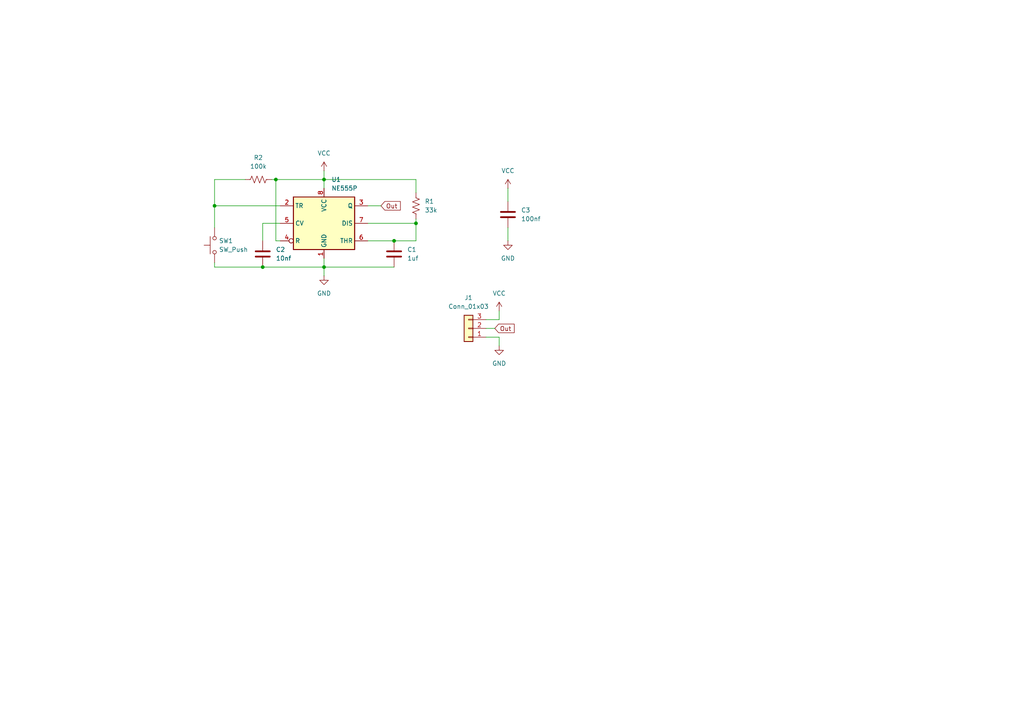
<source format=kicad_sch>
(kicad_sch (version 20250114) (generator "eeschema") (generator_version "9.0")
  (paper "A4")
  (lib_symbols
    (symbol "Connector_Generic:Conn_01x03" (pin_names (offset 1.016) (hide yes))
      (property "Reference" "J" (at 0 5.08 0))
      (property "Value" "Conn_01x03" (at 0 -5.08 0))
      (symbol "Conn_01x03_1_1"
        (rectangle (start -1.27 3.81) (end 1.27 -3.81) (stroke (width 0.254)) (fill (type background)))
        (rectangle (start -1.27 2.667) (end 0 2.413) (stroke (width 0.1524)))
        (rectangle (start -1.27 0.127) (end 0 -0.127) (stroke (width 0.1524)))
        (rectangle (start -1.27 -2.413) (end 0 -2.667) (stroke (width 0.1524)))
        (pin passive line (at -5.08 2.54 0) (length 3.81) (name "Pin_1") (number "1"))
        (pin passive line (at -5.08 0 0) (length 3.81) (name "Pin_2") (number "2"))
        (pin passive line (at -5.08 -2.54 0) (length 3.81) (name "Pin_3") (number "3"))
      )
    )
    (symbol "Device:C" (pin_numbers (hide yes)) (pin_names (offset 0.254))
      (property "Reference" "C" (at 0.635 2.54 0))
      (property "Value" "C" (at 0.635 -2.54 0))
      (symbol "C_0_1"
        (polyline (pts (xy -2.032 0.762) (xy 2.032 0.762)) (stroke (width 0.508)))
        (polyline (pts (xy -2.032 -0.762) (xy 2.032 -0.762)) (stroke (width 0.508)))
      )
      (symbol "C_1_1"
        (pin passive line (at 0 3.81 270) (length 2.794) (name "~") (number "1"))
        (pin passive line (at 0 -3.81 90) (length 2.794) (name "~") (number "2"))
      )
    )
    (symbol "Device:R_US" (pin_numbers (hide yes)) (pin_names (offset 0))
      (property "Reference" "R" (at 2.54 0 90))
      (property "Value" "R_US" (at -2.54 0 90))
      (symbol "R_US_0_1"
        (polyline (pts (xy 0 2.286) (xy 0 2.54)))
        (polyline (pts (xy 0 2.286) (xy 1.016 1.905) (xy 0 1.524) (xy -1.016 1.143) (xy 0 0.762)))
        (polyline (pts (xy 0 0.762) (xy 1.016 0.381) (xy 0 0) (xy -1.016 -0.381) (xy 0 -0.762)))
        (polyline (pts (xy 0 -0.762) (xy 1.016 -1.143) (xy 0 -1.524) (xy -1.016 -1.905) (xy 0 -2.286)))
        (polyline (pts (xy 0 -2.286) (xy 0 -2.54)))
      )
      (symbol "R_US_1_1"
        (pin passive line (at 0 3.81 270) (length 1.27) (name "~") (number "1"))
        (pin passive line (at 0 -3.81 90) (length 1.27) (name "~") (number "2"))
      )
    )
    (symbol "Switch:SW_Push" (pin_numbers (hide yes)) (pin_names (offset 1.016) (hide yes))
      (property "Reference" "SW" (at 1.27 2.54 0))
      (property "Value" "SW_Push" (at 0 -1.524 0))
      (symbol "SW_Push_0_1"
        (circle (center -2.032 0) (radius 0.508))
        (polyline (pts (xy 0 1.27) (xy 0 3.048)))
        (circle (center 2.032 0) (radius 0.508))
        (polyline (pts (xy 2.54 1.27) (xy -2.54 1.27)))
        (pin passive line (at -5.08 0 0) (length 2.54) (name "1") (number "1"))
        (pin passive line (at 5.08 0 180) (length 2.54) (name "2") (number "2"))
      )
    )
    (symbol "Timer:NE555P"
      (property "Reference" "U" (at -10.16 8.89 0))
      (property "Value" "NE555P" (at 2.54 8.89 0))
      (symbol "NE555P_0_0"
        (pin power_in line (at 0 10.16 270) (length 2.54) (name "VCC") (number "8"))
        (pin power_in line (at 0 -10.16 90) (length 2.54) (name "GND") (number "1"))
      )
      (symbol "NE555P_0_1"
        (rectangle (start -8.89 -7.62) (end 8.89 7.62) (stroke (width 0.254)) (fill (type background)))
        (rectangle (start -8.89 -7.62) (end 8.89 7.62) (stroke (width 0.254)) (fill (type background)))
      )
      (symbol "NE555P_1_1"
        (pin input line (at -12.7 5.08 0) (length 3.81) (name "TR") (number "2"))
        (pin input line (at -12.7 0 0) (length 3.81) (name "CV") (number "5"))
        (pin input inverted (at -12.7 -5.08 0) (length 3.81) (name "R") (number "4"))
        (pin output line (at 12.7 5.08 180) (length 3.81) (name "Q") (number "3"))
        (pin input line (at 12.7 0 180) (length 3.81) (name "DIS") (number "7"))
        (pin input line (at 12.7 -5.08 180) (length 3.81) (name "THR") (number "6"))
      )
    )
    (symbol "power:GND" (power) (pin_numbers (hide yes)) (pin_names (offset 0) (hide yes))
      (property "Value" "GND" (at 0 -3.81 0))
      (symbol "GND_0_1"
        (polyline (pts (xy 0 0) (xy 0 -1.27) (xy 1.27 -1.27) (xy 0 -2.54) (xy -1.27 -1.27) (xy 0 -1.27)))
      )
      (symbol "GND_1_1"
        (pin power_in line (at 0 0 270) (length 0) (name "~") (number "1"))
      )
    )
    (symbol "power:VCC" (power) (pin_numbers (hide yes)) (pin_names (offset 0) (hide yes))
      (property "Value" "VCC" (at 0 3.556 0))
      (symbol "VCC_0_1"
        (polyline (pts (xy -0.762 1.27) (xy 0 2.54)))
        (polyline (pts (xy 0 2.54) (xy 0.762 1.27)))
        (polyline (pts (xy 0 0) (xy 0 2.54)))
      )
      (symbol "VCC_1_1"
        (pin power_in line (at 0 0 90) (length 0) (name "~") (number "1"))
      )
    )
  )
  (junction (at 93.98 52.07))
  (junction (at 62.23 59.69))
  (junction (at 114.3 69.85))
  (junction (at 120.65 64.77))
  (junction (at 93.98 77.47))
  (junction (at 80.01 52.07))
  (junction (at 76.2 77.47))
  (wire (pts (xy 140.97 97.79) (xy 144.78 97.79)))
  (wire (pts (xy 62.23 59.69) (xy 62.23 66.04)))
  (wire (pts (xy 144.78 92.71) (xy 144.78 90.17)))
  (wire (pts (xy 80.01 69.85) (xy 80.01 52.07)))
  (wire (pts (xy 106.68 59.69) (xy 110.49 59.69)))
  (wire (pts (xy 76.2 77.47) (xy 93.98 77.47)))
  (wire (pts (xy 120.65 52.07) (xy 120.65 55.88)))
  (wire (pts (xy 93.98 52.07) (xy 120.65 52.07)))
  (wire (pts (xy 93.98 77.47) (xy 114.3 77.47)))
  (wire (pts (xy 120.65 69.85) (xy 114.3 69.85)))
  (wire (pts (xy 78.74 52.07) (xy 80.01 52.07)))
  (wire (pts (xy 80.01 52.07) (xy 93.98 52.07)))
  (wire (pts (xy 120.65 64.77) (xy 120.65 69.85)))
  (wire (pts (xy 93.98 52.07) (xy 93.98 54.61)))
  (wire (pts (xy 81.28 64.77) (xy 76.2 64.77)))
  (wire (pts (xy 140.97 95.25) (xy 143.51 95.25)))
  (wire (pts (xy 76.2 64.77) (xy 76.2 69.85)))
  (wire (pts (xy 62.23 76.2) (xy 62.23 77.47)))
  (wire (pts (xy 62.23 52.07) (xy 71.12 52.07)))
  (wire (pts (xy 106.68 69.85) (xy 114.3 69.85)))
  (wire (pts (xy 144.78 97.79) (xy 144.78 100.33)))
  (wire (pts (xy 93.98 74.93) (xy 93.98 77.47)))
  (wire (pts (xy 140.97 92.71) (xy 144.78 92.71)))
  (wire (pts (xy 62.23 77.47) (xy 76.2 77.47)))
  (wire (pts (xy 81.28 69.85) (xy 80.01 69.85)))
  (wire (pts (xy 62.23 52.07) (xy 62.23 59.69)))
  (wire (pts (xy 62.23 59.69) (xy 81.28 59.69)))
  (wire (pts (xy 147.32 54.61) (xy 147.32 58.42)))
  (wire (pts (xy 120.65 63.5) (xy 120.65 64.77)))
  (wire (pts (xy 93.98 77.47) (xy 93.98 80.01)))
  (wire (pts (xy 120.65 64.77) (xy 106.68 64.77)))
  (wire (pts (xy 93.98 49.53) (xy 93.98 52.07)))
  (wire (pts (xy 147.32 66.04) (xy 147.32 69.85)))
  (global_label "Out" (shape input) (at 143.51 95.25 0) (property "Intersheetrefs" "${INTERSHEET_REFS}" (effects (hide yes))))
  (global_label "Out" (shape input) (at 110.49 59.69 0) (property "Intersheetrefs" "${INTERSHEET_REFS}" (effects (hide yes))))
  (symbol (lib_id "power:GND") (at 147.32 69.85 0) (unit 1)
    (property "Reference" "#PWR04" (effects (hide yes)))
    (property "Value" "GND" (at 147.32 74.93 0))
    (property "Description" "Power symbol creates a global label with name \"GND\" , ground" (effects (hide yes)))
  )
  (symbol (lib_id "Connector_Generic:Conn_01x03") (at 135.89 95.25 180) (unit 1)
    (property "Reference" "J1" (at 135.89 86.36 0))
    (property "Value" "Conn_01x03" (at 135.89 88.9 0))
    (property "Footprint" "Connector_PinHeader_2.54mm:PinHeader_1x03_P2.54mm_Vertical" (effects (hide yes)))
    (property "Description" "Generic connector, single row, 01x03, script generated (kicad-library-utils/schlib/autogen/connector/)" (effects (hide yes)))
  )
  (symbol (lib_id "power:GND") (at 93.98 80.01 0) (unit 1)
    (property "Reference" "#PWR02" (effects (hide yes)))
    (property "Value" "GND" (at 93.98 85.09 0))
    (property "Description" "Power symbol creates a global label with name \"GND\" , ground" (effects (hide yes)))
  )
  (symbol (lib_id "Device:R_US") (at 120.65 59.69 0) (unit 1)
    (property "Reference" "R1" (at 123.19 58.4199 0) (effects (justify left)))
    (property "Value" "33k" (at 123.19 60.9599 0) (effects (justify left)))
    (property "Footprint" "Resistor_SMD:R_0603_1608Metric" (effects (hide yes)))
    (property "Description" "Resistor, US symbol" (effects (hide yes)))
  )
  (symbol (lib_id "Timer:NE555P") (at 93.98 64.77 0) (unit 1)
    (property "Reference" "U1" (at 96.1233 52.07 0) (effects (justify left)))
    (property "Value" "NE555P" (at 96.1233 54.61 0) (effects (justify left)))
    (property "Footprint" "Package_SO:SOIC-8_5.3x5.3mm_P1.27mm" (effects (hide yes)))
    (property "Datasheet" "http://www.ti.com/lit/ds/symlink/ne555.pdf" (effects (hide yes)))
    (property "Description" "Precision Timers, 555 compatible,  PDIP-8" (effects (hide yes)))
  )
  (symbol (lib_id "Device:C") (at 114.3 73.66 0) (unit 1)
    (property "Reference" "C1" (at 118.11 72.3899 0) (effects (justify left)))
    (property "Value" "1uf" (at 118.11 74.9299 0) (effects (justify left)))
    (property "Footprint" "Capacitor_SMD:C_0603_1608Metric" (effects (hide yes)))
    (property "Description" "Unpolarized capacitor" (effects (hide yes)))
  )
  (symbol (lib_id "power:VCC") (at 144.78 90.17 0) (unit 1)
    (property "Reference" "#PWR05" (effects (hide yes)))
    (property "Value" "VCC" (at 144.78 85.09 0))
    (property "Description" "Power symbol creates a global label with name \"VCC\"" (effects (hide yes)))
  )
  (symbol (lib_id "Device:R_US") (at 74.93 52.07 90) (unit 1)
    (property "Reference" "R2" (at 74.93 45.72 90))
    (property "Value" "100k" (at 74.93 48.26 90))
    (property "Footprint" "Resistor_SMD:R_0603_1608Metric" (effects (hide yes)))
    (property "Description" "Resistor, US symbol" (effects (hide yes)))
  )
  (symbol (lib_id "Device:C") (at 147.32 62.23 0) (unit 1)
    (property "Reference" "C3" (at 151.13 60.9599 0) (effects (justify left)))
    (property "Value" "100nf" (at 151.13 63.4999 0) (effects (justify left)))
    (property "Footprint" "Capacitor_SMD:C_0603_1608Metric" (effects (hide yes)))
    (property "Description" "Unpolarized capacitor" (effects (hide yes)))
  )
  (symbol (lib_id "Switch:SW_Push") (at 62.23 71.12 90) (unit 1)
    (property "Reference" "SW1" (at 63.5 69.8499 90) (effects (justify right)))
    (property "Value" "SW_Push" (at 63.5 72.3899 90) (effects (justify right)))
    (property "Footprint" "Button_Switch_SMD:SW_Push_1P1T_NO_Vertical_Wuerth_434133025816" (effects (hide yes)))
    (property "Description" "Push button switch, generic, two pins" (effects (hide yes)))
  )
  (symbol (lib_id "power:VCC") (at 147.32 54.61 0) (unit 1)
    (property "Reference" "#PWR03" (effects (hide yes)))
    (property "Value" "VCC" (at 147.32 49.53 0))
    (property "Description" "Power symbol creates a global label with name \"VCC\"" (effects (hide yes)))
  )
  (symbol (lib_id "Device:C") (at 76.2 73.66 0) (unit 1)
    (property "Reference" "C2" (at 80.01 72.3899 0) (effects (justify left)))
    (property "Value" "10nf" (at 80.01 74.9299 0) (effects (justify left)))
    (property "Footprint" "Capacitor_SMD:C_0603_1608Metric" (effects (hide yes)))
    (property "Description" "Unpolarized capacitor" (effects (hide yes)))
  )
  (symbol (lib_id "power:GND") (at 144.78 100.33 0) (unit 1)
    (property "Reference" "#PWR06" (effects (hide yes)))
    (property "Value" "GND" (at 144.78 105.41 0))
    (property "Description" "Power symbol creates a global label with name \"GND\" , ground" (effects (hide yes)))
  )
  (symbol (lib_id "power:VCC") (at 93.98 49.53 0) (unit 1)
    (property "Reference" "#PWR01" (effects (hide yes)))
    (property "Value" "VCC" (at 93.98 44.45 0))
    (property "Description" "Power symbol creates a global label with name \"VCC\"" (effects (hide yes)))
  )
)
</source>
